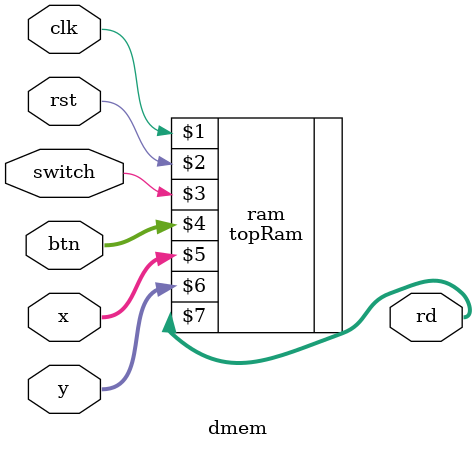
<source format=sv>
module dmem(input logic clk, rst, switch,
				//input logic [31:0] a, wd,
				input logic [2:0] btn, 
				input logic [9:0] x, y,
				output logic [31:0] rd);
				// a = address
				// wd = lo que quiero escribir
				// rd = lo que quiero leer
				// we = enable
				
	//logic [31:0] RAM[63:0]; 
	//assign rd = RAM[a]; // word aligned
	//always_ff @(posedge clk)
	//if (we) RAM[a[31:2]] <= wd;
	
	
	// leer
	topRam ram(clk, rst, switch,
				  btn,
				  x, y,
				  rd);
	
endmodule
</source>
